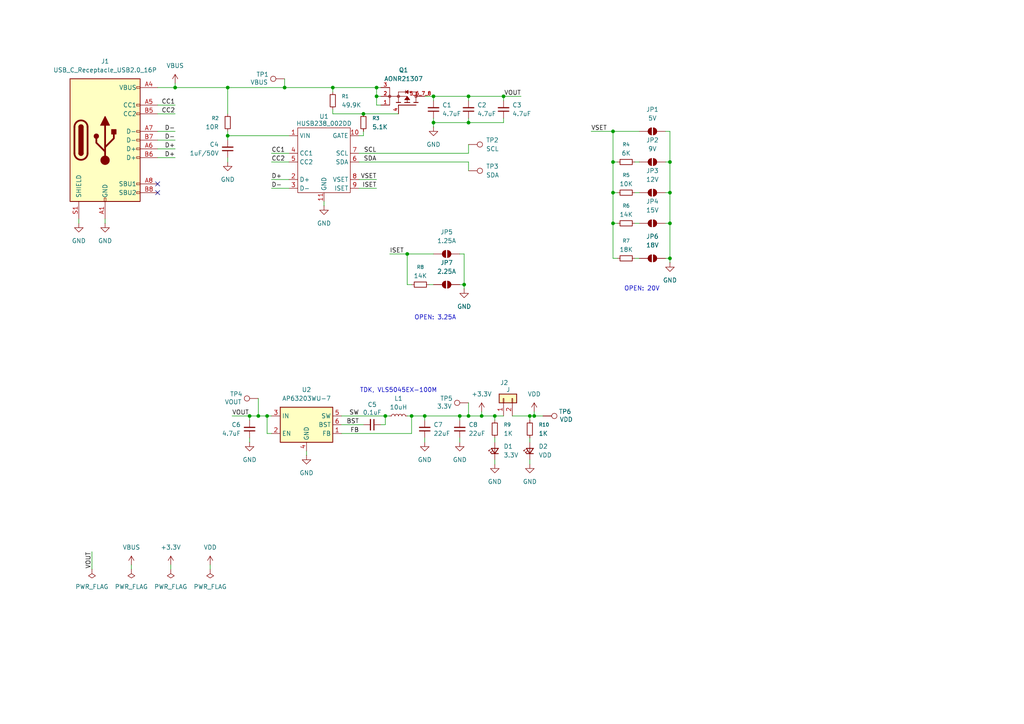
<source format=kicad_sch>
(kicad_sch (version 20250114) (generator "eeschema") (generator_version "9.0")
  (paper "A4")
  (lib_symbols
    (symbol "AONR21307:AONR21307" (pin_names (offset 1.016))
      (property "Reference" "Q" (at 5.08 0.381 0))
      (property "Value" "AONR21307" (at 5.08 -2.159 0))
      (symbol "AONR21307_0_0"
        (polyline (pts (xy 0 5.08) (xy 5.08 5.08)) (stroke (width 0.1524)))
        (polyline (pts (xy 0 -2.54) (xy 0 2.54)) (stroke (width 0.254)))
        (polyline (pts (xy 0.762 2.54) (xy 0.762 3.175)) (stroke (width 0.254)))
        (polyline (pts (xy 0.762 1.905) (xy 0.762 2.54)) (stroke (width 0.254)))
        (polyline (pts (xy 0.762 0) (xy 0.762 0.762)) (stroke (width 0.254)))
        (polyline (pts (xy 0.762 0) (xy 2.54 0)) (stroke (width 0.1524)))
        (polyline (pts (xy 0.762 -0.762) (xy 0.762 0)) (stroke (width 0.254)))
        (polyline (pts (xy 0.762 -2.54) (xy 0.762 -1.905)) (stroke (width 0.254)))
        (polyline (pts (xy 0.762 -2.54) (xy 3.81 -2.54)) (stroke (width 0.1524)))
        (polyline (pts (xy 0.762 -3.175) (xy 0.762 -2.54)) (stroke (width 0.254)))
        (polyline (pts (xy 2.54 5.08) (xy 2.54 2.54)) (stroke (width 0.1524)))
        (circle (center 2.54 5.08) (radius 0.3592))
        (polyline (pts (xy 2.54 2.54) (xy 0.762 2.54)) (stroke (width 0.1524)))
        (polyline (pts (xy 2.54 2.54) (xy 3.81 2.54)) (stroke (width 0.1524)))
        (circle (center 2.54 2.54) (radius 0.3592))
        (polyline (pts (xy 2.54 0) (xy 2.54 2.54)) (stroke (width 0.1524)))
        (polyline (pts (xy 2.54 0) (xy 1.524 0.762) (xy 1.524 -0.762) (xy 2.54 0)) (stroke (width 0.1524)) (fill (type outline)))
        (circle (center 2.54 -2.54) (radius 0.3592))
        (polyline (pts (xy 3.302 0.508) (xy 4.318 0.508)) (stroke (width 0.1524)))
        (polyline (pts (xy 3.81 0.508) (xy 4.318 -0.254) (xy 3.302 -0.254) (xy 3.81 0.508)) (stroke (width 0.1524)) (fill (type outline)))
        (polyline (pts (xy 3.81 -2.54) (xy 3.81 2.54)) (stroke (width 0.1524)))
        (pin passive line (at -2.54 2.54 0) (length 2.54) (name "~") (number "4"))
        (pin passive line (at 0 7.62 270) (length 2.54) (name "~") (number "1"))
        (pin passive line (at 2.54 7.62 270) (length 2.54) (name "~") (number "2"))
        (pin passive line (at 2.54 -5.08 90) (length 2.54) (name "~") (number "5_6_7_8"))
        (pin passive line (at 5.08 7.62 270) (length 2.54) (name "~") (number "3"))
      )
    )
    (symbol "Connector:TestPoint" (pin_numbers (hide yes)) (pin_names (offset 0.762) (hide yes))
      (property "Reference" "TP" (at 0 6.858 0))
      (property "Value" "TestPoint" (at 0 5.08 0))
      (symbol "TestPoint_0_1"
        (circle (center 0 3.302) (radius 0.762))
      )
      (symbol "TestPoint_1_1"
        (pin passive line (at 0 0 90) (length 2.54) (name "1") (number "1"))
      )
    )
    (symbol "Connector:USB_C_Receptacle_USB2.0_16P" (pin_names (offset 1.016))
      (property "Reference" "J" (at 0 22.225 0))
      (property "Value" "USB_C_Receptacle_USB2.0_16P" (at 0 19.685 0))
      (symbol "USB_C_Receptacle_USB2.0_16P_0_0"
        (rectangle (start -0.254 -17.78) (end 0.254 -16.764))
        (rectangle (start 10.16 15.494) (end 9.144 14.986))
        (rectangle (start 10.16 10.414) (end 9.144 9.906))
        (rectangle (start 10.16 7.874) (end 9.144 7.366))
        (rectangle (start 10.16 2.794) (end 9.144 2.286))
        (rectangle (start 10.16 0.254) (end 9.144 -0.254))
        (rectangle (start 10.16 -2.286) (end 9.144 -2.794))
        (rectangle (start 10.16 -4.826) (end 9.144 -5.334))
        (rectangle (start 10.16 -12.446) (end 9.144 -12.954))
        (rectangle (start 10.16 -14.986) (end 9.144 -15.494))
      )
      (symbol "USB_C_Receptacle_USB2.0_16P_0_1"
        (rectangle (start -10.16 17.78) (end 10.16 -17.78) (stroke (width 0.254)) (fill (type background)))
        (polyline (pts (xy -8.89 -3.81) (xy -8.89 3.81)) (stroke (width 0.508)))
        (rectangle (start -7.62 -3.81) (end -6.35 3.81) (stroke (width 0.254)) (fill (type outline)))
        (arc (start -7.62 3.81) (mid -6.985 4.4423) (end -6.35 3.81) (stroke (width 0.254)))
        (arc (start -7.62 3.81) (mid -6.985 4.4423) (end -6.35 3.81) (stroke (width 0.254)) (fill (type outline)))
        (arc (start -8.89 3.81) (mid -6.985 5.7067) (end -5.08 3.81) (stroke (width 0.508)))
        (arc (start -5.08 -3.81) (mid -6.985 -5.7067) (end -8.89 -3.81) (stroke (width 0.508)))
        (arc (start -6.35 -3.81) (mid -6.985 -4.4423) (end -7.62 -3.81) (stroke (width 0.254)))
        (arc (start -6.35 -3.81) (mid -6.985 -4.4423) (end -7.62 -3.81) (stroke (width 0.254)) (fill (type outline)))
        (polyline (pts (xy -5.08 3.81) (xy -5.08 -3.81)) (stroke (width 0.508)))
        (circle (center -2.54 1.143) (radius 0.635) (stroke (width 0.254)) (fill (type outline)))
        (polyline (pts (xy -1.27 4.318) (xy 0 6.858) (xy 1.27 4.318) (xy -1.27 4.318)) (stroke (width 0.254)) (fill (type outline)))
        (polyline (pts (xy 0 -2.032) (xy 2.54 0.508) (xy 2.54 1.778)) (stroke (width 0.508)))
        (polyline (pts (xy 0 -3.302) (xy -2.54 -0.762) (xy -2.54 0.508)) (stroke (width 0.508)))
        (polyline (pts (xy 0 -5.842) (xy 0 4.318)) (stroke (width 0.508)))
        (circle (center 0 -5.842) (radius 1.27) (fill (type outline)))
        (rectangle (start 1.905 1.778) (end 3.175 3.048) (stroke (width 0.254)) (fill (type outline)))
      )
      (symbol "USB_C_Receptacle_USB2.0_16P_1_1"
        (pin passive line (at -7.62 -22.86 90) (length 5.08) (name "SHIELD") (number "S1"))
        (pin passive line (at 0 -22.86 90) (length 5.08) (name "GND") (number "A1"))
        (pin passive line (at 0 -22.86 90) (length 5.08) (hide yes) (name "GND") (number "A12"))
        (pin passive line (at 0 -22.86 90) (length 5.08) (hide yes) (name "GND") (number "B1"))
        (pin passive line (at 0 -22.86 90) (length 5.08) (hide yes) (name "GND") (number "B12"))
        (pin passive line (at 15.24 15.24 180) (length 5.08) (name "VBUS") (number "A4"))
        (pin passive line (at 15.24 15.24 180) (length 5.08) (hide yes) (name "VBUS") (number "A9"))
        (pin passive line (at 15.24 15.24 180) (length 5.08) (hide yes) (name "VBUS") (number "B4"))
        (pin passive line (at 15.24 15.24 180) (length 5.08) (hide yes) (name "VBUS") (number "B9"))
        (pin bidirectional line (at 15.24 10.16 180) (length 5.08) (name "CC1") (number "A5"))
        (pin bidirectional line (at 15.24 7.62 180) (length 5.08) (name "CC2") (number "B5"))
        (pin bidirectional line (at 15.24 2.54 180) (length 5.08) (name "D-") (number "A7"))
        (pin bidirectional line (at 15.24 0 180) (length 5.08) (name "D-") (number "B7"))
        (pin bidirectional line (at 15.24 -2.54 180) (length 5.08) (name "D+") (number "A6"))
        (pin bidirectional line (at 15.24 -5.08 180) (length 5.08) (name "D+") (number "B6"))
        (pin bidirectional line (at 15.24 -12.7 180) (length 5.08) (name "SBU1") (number "A8"))
        (pin bidirectional line (at 15.24 -15.24 180) (length 5.08) (name "SBU2") (number "B8"))
      )
    )
    (symbol "Connector_Generic:Conn_01x02" (pin_names (offset 1.016) (hide yes))
      (property "Reference" "J" (at 0 2.54 0))
      (property "Value" "Conn_01x02" (at 0 -5.08 0))
      (symbol "Conn_01x02_1_1"
        (rectangle (start -1.27 1.27) (end 1.27 -3.81) (stroke (width 0.254)) (fill (type background)))
        (rectangle (start -1.27 0.127) (end 0 -0.127) (stroke (width 0.1524)))
        (rectangle (start -1.27 -2.413) (end 0 -2.667) (stroke (width 0.1524)))
        (pin passive line (at -5.08 0 0) (length 3.81) (name "Pin_1") (number "1"))
        (pin passive line (at -5.08 -2.54 0) (length 3.81) (name "Pin_2") (number "2"))
      )
    )
    (symbol "Device:C_Small" (pin_numbers (hide yes)) (pin_names (offset 0.254) (hide yes))
      (property "Reference" "C" (at 0.254 1.778 0))
      (property "Value" "C_Small" (at 0.254 -2.032 0))
      (symbol "C_Small_0_1"
        (polyline (pts (xy -1.524 0.508) (xy 1.524 0.508)) (stroke (width 0.3048)))
        (polyline (pts (xy -1.524 -0.508) (xy 1.524 -0.508)) (stroke (width 0.3302)))
      )
      (symbol "C_Small_1_1"
        (pin passive line (at 0 2.54 270) (length 2.032) (name "~") (number "1"))
        (pin passive line (at 0 -2.54 90) (length 2.032) (name "~") (number "2"))
      )
    )
    (symbol "Device:LED_Small" (pin_numbers (hide yes)) (pin_names (offset 0.254) (hide yes))
      (property "Reference" "D" (at -1.27 3.175 0))
      (property "Value" "LED_Small" (at -4.445 -2.54 0))
      (symbol "LED_Small_0_1"
        (polyline (pts (xy -0.762 -1.016) (xy -0.762 1.016)) (stroke (width 0.254)))
        (polyline (pts (xy 0 0.762) (xy -0.508 1.27) (xy -0.254 1.27) (xy -0.508 1.27) (xy -0.508 1.016)))
        (polyline (pts (xy 0.508 1.27) (xy 0 1.778) (xy 0.254 1.778) (xy 0 1.778) (xy 0 1.524)))
        (polyline (pts (xy 0.762 -1.016) (xy -0.762 0) (xy 0.762 1.016) (xy 0.762 -1.016)) (stroke (width 0.254)))
        (polyline (pts (xy 1.016 0) (xy -0.762 0)))
      )
      (symbol "LED_Small_1_1"
        (pin passive line (at -2.54 0 0) (length 1.778) (name "K") (number "1"))
        (pin passive line (at 2.54 0 180) (length 1.778) (name "A") (number "2"))
      )
    )
    (symbol "Device:L_Small" (pin_numbers (hide yes)) (pin_names (offset 0.254) (hide yes))
      (property "Reference" "L" (at 0.762 1.016 0))
      (property "Value" "L_Small" (at 0.762 -1.016 0))
      (symbol "L_Small_0_1"
        (arc (start 0 2.032) (mid 0.5058 1.524) (end 0 1.016))
        (arc (start 0 1.016) (mid 0.5058 0.508) (end 0 0))
        (arc (start 0 0) (mid 0.5058 -0.508) (end 0 -1.016))
        (arc (start 0 -1.016) (mid 0.5058 -1.524) (end 0 -2.032))
      )
      (symbol "L_Small_1_1"
        (pin passive line (at 0 2.54 270) (length 0.508) (name "~") (number "1"))
        (pin passive line (at 0 -2.54 90) (length 0.508) (name "~") (number "2"))
      )
    )
    (symbol "Device:R_Small" (pin_numbers (hide yes)) (pin_names (offset 0.254) (hide yes))
      (property "Reference" "R" (at 0 0 90))
      (property "Value" "R_Small" (at 1.778 0 90))
      (symbol "R_Small_0_1"
        (rectangle (start -0.762 1.778) (end 0.762 -1.778) (stroke (width 0.2032)))
      )
      (symbol "R_Small_1_1"
        (pin passive line (at 0 2.54 270) (length 0.762) (name "~") (number "1"))
        (pin passive line (at 0 -2.54 90) (length 0.762) (name "~") (number "2"))
      )
    )
    (symbol "HUSB238_002DD:HUSB238_002DD"
      (property "Reference" "U" (at 0 12.446 0))
      (property "Value" "HUSB238_002DD" (at 0 10.16 0))
      (symbol "HUSB238_002DD_0_1"
        (rectangle (start -7.62 8.636) (end 7.62 -10.16))
      )
      (symbol "HUSB238_002DD_1_1"
        (pin input line (at -10.16 6.35 0) (length 2.54) (name "VIN") (number "1"))
        (pin input line (at -10.16 1.27 0) (length 2.54) (name "CC1") (number "4"))
        (pin input line (at -10.16 -1.27 0) (length 2.54) (name "CC2") (number "5"))
        (pin input line (at -10.16 -6.35 0) (length 2.54) (name "D+") (number "2"))
        (pin input line (at -10.16 -8.89 0) (length 2.54) (name "D-") (number "3"))
        (pin input line (at 0 -12.7 90) (length 2.54) (name "GND") (number "11"))
        (pin input line (at 10.16 6.35 180) (length 2.54) (name "GATE") (number "10"))
        (pin input line (at 10.16 1.27 180) (length 2.54) (name "SCL") (number "7"))
        (pin input line (at 10.16 -1.27 180) (length 2.54) (name "SDA") (number "6"))
        (pin input line (at 10.16 -6.35 180) (length 2.54) (name "VSET") (number "8"))
        (pin input line (at 10.16 -8.89 180) (length 2.54) (name "ISET") (number "9"))
      )
    )
    (symbol "Jumper:SolderJumper_2_Open" (pin_numbers (hide yes)) (pin_names (offset 0) (hide yes)) (in_bom no)
      (property "Reference" "JP" (at 0 2.032 0))
      (property "Value" "SolderJumper_2_Open" (at 0 -2.54 0))
      (symbol "SolderJumper_2_Open_0_1"
        (polyline (pts (xy -0.254 1.016) (xy -0.254 -1.016)))
        (arc (start -0.254 -1.016) (mid -1.2656 0) (end -0.254 1.016))
        (arc (start -0.254 -1.016) (mid -1.2656 0) (end -0.254 1.016) (fill (type outline)))
        (arc (start 0.254 1.016) (mid 1.2656 0) (end 0.254 -1.016))
        (arc (start 0.254 1.016) (mid 1.2656 0) (end 0.254 -1.016) (fill (type outline)))
        (polyline (pts (xy 0.254 1.016) (xy 0.254 -1.016)))
      )
      (symbol "SolderJumper_2_Open_1_1"
        (pin passive line (at -3.81 0 0) (length 2.54) (name "A") (number "1"))
        (pin passive line (at 3.81 0 180) (length 2.54) (name "B") (number "2"))
      )
    )
    (symbol "Regulator_Switching:AP63203WU"
      (property "Reference" "U" (at -7.62 6.35 0))
      (property "Value" "AP63203WU" (at 2.54 6.35 0))
      (symbol "AP63203WU_0_1"
        (rectangle (start -7.62 5.08) (end 7.62 -5.08) (stroke (width 0.254)) (fill (type background)))
      )
      (symbol "AP63203WU_1_1"
        (pin power_in line (at -10.16 2.54 0) (length 2.54) (name "IN") (number "3"))
        (pin input line (at -10.16 -2.54 0) (length 2.54) (name "EN") (number "2"))
        (pin power_in line (at 0 -7.62 90) (length 2.54) (name "GND") (number "4"))
        (pin output line (at 10.16 2.54 180) (length 2.54) (name "SW") (number "5"))
        (pin passive line (at 10.16 0 180) (length 2.54) (name "BST") (number "6"))
        (pin input line (at 10.16 -2.54 180) (length 2.54) (name "FB") (number "1"))
      )
    )
    (symbol "power:+3.3V" (power) (pin_numbers (hide yes)) (pin_names (offset 0) (hide yes))
      (property "Value" "+3.3V" (at 0 3.556 0))
      (symbol "+3.3V_0_1"
        (polyline (pts (xy -0.762 1.27) (xy 0 2.54)))
        (polyline (pts (xy 0 2.54) (xy 0.762 1.27)))
        (polyline (pts (xy 0 0) (xy 0 2.54)))
      )
      (symbol "+3.3V_1_1"
        (pin power_in line (at 0 0 90) (length 0) (name "~") (number "1"))
      )
    )
    (symbol "power:GND" (power) (pin_numbers (hide yes)) (pin_names (offset 0) (hide yes))
      (property "Value" "GND" (at 0 -3.81 0))
      (symbol "GND_0_1"
        (polyline (pts (xy 0 0) (xy 0 -1.27) (xy 1.27 -1.27) (xy 0 -2.54) (xy -1.27 -1.27) (xy 0 -1.27)))
      )
      (symbol "GND_1_1"
        (pin power_in line (at 0 0 270) (length 0) (name "~") (number "1"))
      )
    )
    (symbol "power:PWR_FLAG" (power) (pin_numbers (hide yes)) (pin_names (offset 0) (hide yes))
      (property "Value" "PWR_FLAG" (at 0 3.81 0))
      (symbol "PWR_FLAG_0_0"
        (pin power_out line (at 0 0 90) (length 0) (name "~") (number "1"))
      )
      (symbol "PWR_FLAG_0_1"
        (polyline (pts (xy 0 0) (xy 0 1.27) (xy -1.016 1.905) (xy 0 2.54) (xy 1.016 1.905) (xy 0 1.27)))
      )
    )
    (symbol "power:VBUS" (power) (pin_numbers (hide yes)) (pin_names (offset 0) (hide yes))
      (property "Value" "VBUS" (at 0 3.556 0))
      (symbol "VBUS_0_1"
        (polyline (pts (xy -0.762 1.27) (xy 0 2.54)))
        (polyline (pts (xy 0 2.54) (xy 0.762 1.27)))
        (polyline (pts (xy 0 0) (xy 0 2.54)))
      )
      (symbol "VBUS_1_1"
        (pin power_in line (at 0 0 90) (length 0) (name "~") (number "1"))
      )
    )
    (symbol "power:VDD" (power) (pin_numbers (hide yes)) (pin_names (offset 0) (hide yes))
      (property "Value" "VDD" (at 0 3.556 0))
      (symbol "VDD_0_1"
        (polyline (pts (xy -0.762 1.27) (xy 0 2.54)))
        (polyline (pts (xy 0 2.54) (xy 0.762 1.27)))
        (polyline (pts (xy 0 0) (xy 0 2.54)))
      )
      (symbol "VDD_1_1"
        (pin power_in line (at 0 0 90) (length 0) (name "~") (number "1"))
      )
    )
  )
  (text "OPEN: 20V" (at 186.182 83.82 0) (effects (font (size 1.27 1.27))))
  (text "TDK, VLS5045EX-100M" (at 115.57 113.284 0) (effects (font (size 1.27 1.27))))
  (text "OPEN: 3.25A" (at 126.238 92.202 0) (effects (font (size 1.27 1.27))))
  (junction (at 123.19 120.65))
  (junction (at 118.11 73.66))
  (junction (at 154.94 120.65))
  (junction (at 66.04 39.37))
  (junction (at 50.8 25.4))
  (junction (at 82.55 25.4))
  (junction (at 105.41 33.02))
  (junction (at 77.47 120.65))
  (junction (at 153.67 120.65))
  (junction (at 135.89 120.65))
  (junction (at 194.31 55.88))
  (junction (at 133.35 120.65))
  (junction (at 66.04 25.4))
  (junction (at 177.8 55.88))
  (junction (at 74.93 120.65))
  (junction (at 135.89 35.56))
  (junction (at 143.51 120.65))
  (junction (at 125.73 35.56))
  (junction (at 134.62 82.55))
  (junction (at 111.76 120.65))
  (junction (at 119.38 120.65))
  (junction (at 194.31 46.99))
  (junction (at 125.73 27.94))
  (junction (at 194.31 64.77))
  (junction (at 194.31 74.93))
  (junction (at 72.39 120.65))
  (junction (at 177.8 46.99))
  (junction (at 139.7 120.65))
  (junction (at 109.22 27.94))
  (junction (at 135.89 27.94))
  (junction (at 109.22 25.4))
  (junction (at 177.8 64.77))
  (junction (at 177.8 38.1))
  (junction (at 96.52 25.4))
  (junction (at 146.05 27.94))
  (no_connect (at 45.72 55.88))
  (no_connect (at 45.72 53.34))
  (wire (pts (xy 125.73 34.29) (xy 125.73 35.56)))
  (wire (pts (xy 45.72 43.18) (xy 50.8 43.18)))
  (wire (pts (xy 194.31 74.93) (xy 194.31 76.2)))
  (wire (pts (xy 60.96 163.83) (xy 60.96 165.1)))
  (wire (pts (xy 105.41 38.1) (xy 105.41 39.37)))
  (wire (pts (xy 50.8 25.4) (xy 66.04 25.4)))
  (wire (pts (xy 111.76 123.19) (xy 111.76 120.65)))
  (wire (pts (xy 193.04 74.93) (xy 194.31 74.93)))
  (wire (pts (xy 118.11 73.66) (xy 113.03 73.66)))
  (wire (pts (xy 110.49 123.19) (xy 111.76 123.19)))
  (wire (pts (xy 110.49 30.48) (xy 109.22 30.48)))
  (wire (pts (xy 194.31 55.88) (xy 194.31 64.77)))
  (wire (pts (xy 134.62 73.66) (xy 134.62 82.55)))
  (wire (pts (xy 111.76 120.65) (xy 113.03 120.65)))
  (wire (pts (xy 146.05 35.56) (xy 146.05 34.29)))
  (wire (pts (xy 45.72 38.1) (xy 50.8 38.1)))
  (wire (pts (xy 38.1 163.83) (xy 38.1 165.1)))
  (wire (pts (xy 194.31 46.99) (xy 194.31 55.88)))
  (wire (pts (xy 110.49 27.94) (xy 109.22 27.94)))
  (wire (pts (xy 77.47 125.73) (xy 77.47 120.65)))
  (wire (pts (xy 146.05 27.94) (xy 151.13 27.94)))
  (wire (pts (xy 83.82 46.99) (xy 78.74 46.99)))
  (wire (pts (xy 96.52 33.02) (xy 96.52 31.75)))
  (wire (pts (xy 125.73 35.56) (xy 135.89 35.56)))
  (wire (pts (xy 66.04 39.37) (xy 66.04 40.64)))
  (wire (pts (xy 153.67 127) (xy 153.67 128.27)))
  (wire (pts (xy 179.07 64.77) (xy 177.8 64.77)))
  (wire (pts (xy 45.72 45.72) (xy 50.8 45.72)))
  (wire (pts (xy 143.51 133.35) (xy 143.51 134.62)))
  (wire (pts (xy 45.72 30.48) (xy 50.8 30.48)))
  (wire (pts (xy 177.8 38.1) (xy 185.42 38.1)))
  (wire (pts (xy 135.89 35.56) (xy 146.05 35.56)))
  (wire (pts (xy 99.06 120.65) (xy 111.76 120.65)))
  (wire (pts (xy 26.67 165.1) (xy 26.67 160.02)))
  (wire (pts (xy 118.11 120.65) (xy 119.38 120.65)))
  (wire (pts (xy 125.73 27.94) (xy 125.73 29.21)))
  (wire (pts (xy 99.06 125.73) (xy 119.38 125.73)))
  (wire (pts (xy 125.73 27.94) (xy 135.89 27.94)))
  (wire (pts (xy 153.67 133.35) (xy 153.67 134.62)))
  (wire (pts (xy 119.38 120.65) (xy 119.38 125.73)))
  (wire (pts (xy 134.62 82.55) (xy 134.62 83.82)))
  (wire (pts (xy 133.35 82.55) (xy 134.62 82.55)))
  (wire (pts (xy 72.39 120.65) (xy 72.39 121.92)))
  (wire (pts (xy 153.67 120.65) (xy 153.67 121.92)))
  (wire (pts (xy 154.94 119.38) (xy 154.94 120.65)))
  (wire (pts (xy 177.8 38.1) (xy 177.8 46.99)))
  (wire (pts (xy 179.07 74.93) (xy 177.8 74.93)))
  (wire (pts (xy 193.04 64.77) (xy 194.31 64.77)))
  (wire (pts (xy 96.52 26.67) (xy 96.52 25.4)))
  (wire (pts (xy 50.8 24.13) (xy 50.8 25.4)))
  (wire (pts (xy 104.14 46.99) (xy 135.89 46.99)))
  (wire (pts (xy 49.53 163.83) (xy 49.53 165.1)))
  (wire (pts (xy 105.41 39.37) (xy 104.14 39.37)))
  (wire (pts (xy 177.8 46.99) (xy 177.8 55.88)))
  (wire (pts (xy 83.82 44.45) (xy 78.74 44.45)))
  (wire (pts (xy 154.94 120.65) (xy 157.48 120.65)))
  (wire (pts (xy 77.47 120.65) (xy 78.74 120.65)))
  (wire (pts (xy 193.04 46.99) (xy 194.31 46.99)))
  (wire (pts (xy 194.31 64.77) (xy 194.31 74.93)))
  (wire (pts (xy 184.15 74.93) (xy 185.42 74.93)))
  (wire (pts (xy 171.45 38.1) (xy 177.8 38.1)))
  (wire (pts (xy 133.35 121.92) (xy 133.35 120.65)))
  (wire (pts (xy 83.82 52.07) (xy 78.74 52.07)))
  (wire (pts (xy 133.35 120.65) (xy 123.19 120.65)))
  (wire (pts (xy 154.94 120.65) (xy 153.67 120.65)))
  (wire (pts (xy 135.89 27.94) (xy 135.89 29.21)))
  (wire (pts (xy 143.51 120.65) (xy 139.7 120.65)))
  (wire (pts (xy 83.82 54.61) (xy 78.74 54.61)))
  (wire (pts (xy 72.39 127) (xy 72.39 128.27)))
  (wire (pts (xy 125.73 35.56) (xy 125.73 36.83)))
  (wire (pts (xy 109.22 25.4) (xy 110.49 25.4)))
  (wire (pts (xy 153.67 120.65) (xy 148.59 120.65)))
  (wire (pts (xy 135.89 120.65) (xy 133.35 120.65)))
  (wire (pts (xy 82.55 22.86) (xy 82.55 25.4)))
  (wire (pts (xy 118.11 73.66) (xy 118.11 82.55)))
  (wire (pts (xy 104.14 52.07) (xy 109.22 52.07)))
  (wire (pts (xy 123.19 127) (xy 123.19 128.27)))
  (wire (pts (xy 146.05 120.65) (xy 143.51 120.65)))
  (wire (pts (xy 139.7 119.38) (xy 139.7 120.65)))
  (wire (pts (xy 146.05 27.94) (xy 146.05 29.21)))
  (wire (pts (xy 78.74 125.73) (xy 77.47 125.73)))
  (wire (pts (xy 133.35 73.66) (xy 134.62 73.66)))
  (wire (pts (xy 74.93 120.65) (xy 72.39 120.65)))
  (wire (pts (xy 77.47 120.65) (xy 74.93 120.65)))
  (wire (pts (xy 66.04 25.4) (xy 66.04 33.02)))
  (wire (pts (xy 66.04 45.72) (xy 66.04 46.99)))
  (wire (pts (xy 99.06 123.19) (xy 105.41 123.19)))
  (wire (pts (xy 109.22 30.48) (xy 109.22 27.94)))
  (wire (pts (xy 45.72 25.4) (xy 50.8 25.4)))
  (wire (pts (xy 133.35 127) (xy 133.35 128.27)))
  (wire (pts (xy 82.55 25.4) (xy 96.52 25.4)))
  (wire (pts (xy 88.9 130.81) (xy 88.9 132.08)))
  (wire (pts (xy 45.72 40.64) (xy 50.8 40.64)))
  (wire (pts (xy 93.98 58.42) (xy 93.98 59.69)))
  (wire (pts (xy 143.51 120.65) (xy 143.51 121.92)))
  (wire (pts (xy 105.41 33.02) (xy 115.57 33.02)))
  (wire (pts (xy 96.52 33.02) (xy 105.41 33.02)))
  (wire (pts (xy 104.14 44.45) (xy 135.89 44.45)))
  (wire (pts (xy 194.31 38.1) (xy 194.31 46.99)))
  (wire (pts (xy 135.89 27.94) (xy 146.05 27.94)))
  (wire (pts (xy 184.15 55.88) (xy 185.42 55.88)))
  (wire (pts (xy 74.93 115.57) (xy 74.93 120.65)))
  (wire (pts (xy 66.04 25.4) (xy 82.55 25.4)))
  (wire (pts (xy 22.86 63.5) (xy 22.86 64.77)))
  (wire (pts (xy 135.89 44.45) (xy 135.89 41.91)))
  (wire (pts (xy 184.15 46.99) (xy 185.42 46.99)))
  (wire (pts (xy 179.07 55.88) (xy 177.8 55.88)))
  (wire (pts (xy 66.04 39.37) (xy 83.82 39.37)))
  (wire (pts (xy 139.7 120.65) (xy 135.89 120.65)))
  (wire (pts (xy 66.04 38.1) (xy 66.04 39.37)))
  (wire (pts (xy 193.04 38.1) (xy 194.31 38.1)))
  (wire (pts (xy 119.38 82.55) (xy 118.11 82.55)))
  (wire (pts (xy 179.07 46.99) (xy 177.8 46.99)))
  (wire (pts (xy 96.52 25.4) (xy 109.22 25.4)))
  (wire (pts (xy 109.22 25.4) (xy 109.22 27.94)))
  (wire (pts (xy 124.46 82.55) (xy 125.73 82.55)))
  (wire (pts (xy 193.04 55.88) (xy 194.31 55.88)))
  (wire (pts (xy 72.39 120.65) (xy 67.31 120.65)))
  (wire (pts (xy 184.15 64.77) (xy 185.42 64.77)))
  (wire (pts (xy 135.89 116.84) (xy 135.89 120.65)))
  (wire (pts (xy 143.51 127) (xy 143.51 128.27)))
  (wire (pts (xy 30.48 63.5) (xy 30.48 64.77)))
  (wire (pts (xy 45.72 33.02) (xy 50.8 33.02)))
  (wire (pts (xy 177.8 74.93) (xy 177.8 64.77)))
  (wire (pts (xy 135.89 46.99) (xy 135.89 49.53)))
  (wire (pts (xy 104.14 54.61) (xy 109.22 54.61)))
  (wire (pts (xy 118.11 73.66) (xy 125.73 73.66)))
  (wire (pts (xy 135.89 34.29) (xy 135.89 35.56)))
  (wire (pts (xy 123.19 27.94) (xy 125.73 27.94)))
  (wire (pts (xy 123.19 121.92) (xy 123.19 120.65)))
  (wire (pts (xy 123.19 120.65) (xy 119.38 120.65)))
  (wire (pts (xy 177.8 55.88) (xy 177.8 64.77)))
  (label "CC2" (at 50.8 33.02 180))
  (label "VSET" (at 171.45 38.1 0))
  (label "D+" (at 50.8 45.72 180))
  (label "SDA" (at 109.22 46.99 180))
  (label "D+" (at 78.74 52.07 0))
  (label "ISET" (at 113.03 73.66 0))
  (label "D-" (at 50.8 38.1 180))
  (label "SCL" (at 109.22 44.45 180))
  (label "VOUT" (at 67.31 120.65 0))
  (label "CC2" (at 78.74 46.99 0))
  (label "SW" (at 104.14 120.65 180))
  (label "CC1" (at 50.8 30.48 180))
  (label "VOUT" (at 151.13 27.94 180))
  (label "ISET" (at 109.22 54.61 180))
  (label "D-" (at 78.74 54.61 0))
  (label "BST" (at 104.14 123.19 180))
  (label "D-" (at 50.8 40.64 180))
  (label "CC1" (at 78.74 44.45 0))
  (label "FB" (at 104.14 125.73 180))
  (label "VSET" (at 109.22 52.07 180))
  (label "VOUT" (at 26.67 160.02 270))
  (label "D+" (at 50.8 43.18 180))
  (symbol (lib_id "Jumper:SolderJumper_2_Open") (at 189.23 64.77 0) (unit 1) (in_bom no)
    (property "Reference" "JP4" (at 189.23 58.42 0))
    (property "Value" "15V" (at 189.23 60.96 0))
    (property "Footprint" "Jumper:SolderJumper-2_P1.3mm_Open_RoundedPad1.0x1.5mm" (effects (hide yes)))
    (property "Description" "Solder Jumper, 2-pole, open" (effects (hide yes)))
  )
  (symbol (lib_id "power:GND") (at 134.62 83.82 0) (unit 1)
    (property "Reference" "#PWR08" (effects (hide yes)))
    (property "Value" "GND" (at 134.62 88.9 0))
    (property "Description" "Power symbol creates a global label with name \"GND\" , ground" (effects (hide yes)))
  )
  (symbol (lib_id "Device:R_Small") (at 153.67 124.46 180) (unit 1)
    (property "Reference" "R10" (at 156.21 123.1899 0) (effects (font (size 1.016 1.016)) (justify right)))
    (property "Value" "1K" (at 156.21 125.7299 0) (effects (justify right)))
    (property "Footprint" "Resistor_SMD:R_0603_1608Metric_Pad0.98x0.95mm_HandSolder" (effects (hide yes)))
    (property "Description" "Resistor, small symbol" (effects (hide yes)))
  )
  (symbol (lib_id "Device:R_Small") (at 96.52 29.21 180) (unit 1)
    (property "Reference" "R1" (at 99.06 27.9399 0) (effects (font (size 1.016 1.016)) (justify right)))
    (property "Value" "49.9K" (at 99.06 30.4799 0) (effects (justify right)))
    (property "Footprint" "Resistor_SMD:R_0603_1608Metric_Pad0.98x0.95mm_HandSolder" (effects (hide yes)))
    (property "Description" "Resistor, small symbol" (effects (hide yes)))
  )
  (symbol (lib_id "power:PWR_FLAG") (at 60.96 165.1 180) (unit 1)
    (property "Reference" "#FLG04" (effects (hide yes)))
    (property "Value" "PWR_FLAG" (at 60.96 170.18 0))
    (property "Description" "Special symbol for telling ERC where power comes from" (effects (hide yes)))
  )
  (symbol (lib_id "Device:LED_Small") (at 143.51 130.81 90) (unit 1)
    (property "Reference" "D1" (at 146.05 129.4764 90) (effects (justify right)))
    (property "Value" "3.3V" (at 146.05 132.0164 90) (effects (justify right)))
    (property "Footprint" "LED_SMD:LED_0603_1608Metric_Pad1.05x0.95mm_HandSolder" (effects (hide yes)))
    (property "Description" "Light emitting diode, small symbol" (effects (hide yes)))
    (property "Sim.Pin" "1=K 2=A" (effects (hide yes)))
  )
  (symbol (lib_id "power:PWR_FLAG") (at 26.67 165.1 180) (unit 1)
    (property "Reference" "#FLG01" (effects (hide yes)))
    (property "Value" "PWR_FLAG" (at 26.67 170.18 0))
    (property "Description" "Special symbol for telling ERC where power comes from" (effects (hide yes)))
  )
  (symbol (lib_id "Jumper:SolderJumper_2_Open") (at 129.54 73.66 0) (unit 1) (in_bom no)
    (property "Reference" "JP5" (at 129.54 67.31 0))
    (property "Value" "1.25A" (at 129.54 69.85 0))
    (property "Footprint" "Jumper:SolderJumper-2_P1.3mm_Open_RoundedPad1.0x1.5mm" (effects (hide yes)))
    (property "Description" "Solder Jumper, 2-pole, open" (effects (hide yes)))
  )
  (symbol (lib_id "power:GND") (at 30.48 64.77 0) (unit 1)
    (property "Reference" "#PWR06" (effects (hide yes)))
    (property "Value" "GND" (at 30.48 69.85 0))
    (property "Description" "Power symbol creates a global label with name \"GND\" , ground" (effects (hide yes)))
  )
  (symbol (lib_id "Jumper:SolderJumper_2_Open") (at 129.54 82.55 0) (unit 1) (in_bom no)
    (property "Reference" "JP7" (at 129.54 76.2 0))
    (property "Value" "2.25A" (at 129.54 78.74 0))
    (property "Footprint" "Jumper:SolderJumper-2_P1.3mm_Open_RoundedPad1.0x1.5mm" (effects (hide yes)))
    (property "Description" "Solder Jumper, 2-pole, open" (effects (hide yes)))
  )
  (symbol (lib_id "power:GND") (at 133.35 128.27 0) (unit 1)
    (property "Reference" "#PWR013" (effects (hide yes)))
    (property "Value" "GND" (at 133.35 133.35 0))
    (property "Description" "Power symbol creates a global label with name \"GND\" , ground" (effects (hide yes)))
  )
  (symbol (lib_id "power:VDD") (at 154.94 119.38 0) (unit 1)
    (property "Reference" "#PWR010" (effects (hide yes)))
    (property "Value" "VDD" (at 154.94 114.3 0))
    (property "Description" "Power symbol creates a global label with name \"VDD\"" (effects (hide yes)))
  )
  (symbol (lib_id "Jumper:SolderJumper_2_Open") (at 189.23 55.88 0) (unit 1) (in_bom no)
    (property "Reference" "JP3" (at 189.23 49.53 0))
    (property "Value" "12V" (at 189.23 52.07 0))
    (property "Footprint" "Jumper:SolderJumper-2_P1.3mm_Open_RoundedPad1.0x1.5mm" (effects (hide yes)))
    (property "Description" "Solder Jumper, 2-pole, open" (effects (hide yes)))
  )
  (symbol (lib_id "HUSB238_002DD:HUSB238_002DD") (at 93.98 45.72 0) (unit 1)
    (property "Reference" "U1" (at 93.98 33.782 0))
    (property "Value" "HUSB238_002DD" (at 93.98 35.814 0))
    (property "Footprint" "Package_DFN_QFN:DFN-10-1EP_3x3mm_P0.5mm_EP1.65x2.38mm_ThermalVias" (effects (hide yes)))
  )
  (symbol (lib_id "power:GND") (at 22.86 64.77 0) (unit 1)
    (property "Reference" "#PWR05" (effects (hide yes)))
    (property "Value" "GND" (at 22.86 69.85 0))
    (property "Description" "Power symbol creates a global label with name \"GND\" , ground" (effects (hide yes)))
  )
  (symbol (lib_id "power:GND") (at 123.19 128.27 0) (unit 1)
    (property "Reference" "#PWR012" (effects (hide yes)))
    (property "Value" "GND" (at 123.19 133.35 0))
    (property "Description" "Power symbol creates a global label with name \"GND\" , ground" (effects (hide yes)))
  )
  (symbol (lib_id "Device:C_Small") (at 72.39 124.46 0) (mirror x) (unit 1)
    (property "Reference" "C6" (at 69.85 123.1835 0) (effects (justify right)))
    (property "Value" "4.7uF" (at 69.85 125.7235 0) (effects (justify right)))
    (property "Footprint" "Capacitor_SMD:C_0603_1608Metric_Pad1.08x0.95mm_HandSolder" (effects (hide yes)))
    (property "Description" "Unpolarized capacitor, small symbol" (effects (hide yes)))
  )
  (symbol (lib_id "Connector:TestPoint") (at 157.48 120.65 270) (mirror x) (unit 1)
    (property "Reference" "TP6" (at 162.052 119.38 90) (effects (justify left)))
    (property "Value" "VDD" (at 162.306 121.666 90) (effects (justify left)))
    (property "Footprint" "TestPoint:TestPoint_THTPad_1.0x1.0mm_Drill0.5mm" (effects (hide yes)))
    (property "Description" "test point" (effects (hide yes)))
  )
  (symbol (lib_id "Device:R_Small") (at 181.61 46.99 90) (unit 1)
    (property "Reference" "R4" (at 181.61 41.91 90) (effects (font (size 1.016 1.016))))
    (property "Value" "6K" (at 181.61 44.45 90))
    (property "Footprint" "Resistor_SMD:R_0603_1608Metric_Pad0.98x0.95mm_HandSolder" (effects (hide yes)))
    (property "Description" "Resistor, small symbol" (effects (hide yes)))
  )
  (symbol (lib_id "Device:L_Small") (at 115.57 120.65 90) (unit 1)
    (property "Reference" "L1" (at 115.57 115.57 90))
    (property "Value" "10uH" (at 115.57 118.11 90))
    (property "Footprint" "VLS5045EX-100M:VLS5045EX330M" (effects (hide yes)))
    (property "Description" "Inductor, small symbol" (effects (hide yes)))
  )
  (symbol (lib_id "Device:R_Small") (at 181.61 74.93 90) (unit 1)
    (property "Reference" "R7" (at 181.61 69.85 90) (effects (font (size 1.016 1.016))))
    (property "Value" "18K" (at 181.61 72.39 90))
    (property "Footprint" "Resistor_SMD:R_0603_1608Metric_Pad0.98x0.95mm_HandSolder" (effects (hide yes)))
    (property "Description" "Resistor, small symbol" (effects (hide yes)))
  )
  (symbol (lib_id "Device:C_Small") (at 146.05 31.75 180) (unit 1)
    (property "Reference" "C3" (at 148.59 30.4735 0) (effects (justify right)))
    (property "Value" "4.7uF" (at 148.59 33.0135 0) (effects (justify right)))
    (property "Footprint" "Capacitor_SMD:C_0603_1608Metric_Pad1.08x0.95mm_HandSolder" (effects (hide yes)))
    (property "Description" "Unpolarized capacitor, small symbol" (effects (hide yes)))
  )
  (symbol (lib_id "Device:R_Small") (at 121.92 82.55 90) (unit 1)
    (property "Reference" "R8" (at 121.92 77.47 90) (effects (font (size 1.016 1.016))))
    (property "Value" "14K" (at 121.92 80.01 90))
    (property "Footprint" "Resistor_SMD:R_0603_1608Metric_Pad0.98x0.95mm_HandSolder" (effects (hide yes)))
    (property "Description" "Resistor, small symbol" (effects (hide yes)))
  )
  (symbol (lib_id "power:+3.3V") (at 49.53 163.83 0) (unit 1)
    (property "Reference" "#PWR018" (effects (hide yes)))
    (property "Value" "+3.3V" (at 49.53 158.75 0))
    (property "Description" "Power symbol creates a global label with name \"+3.3V\"" (effects (hide yes)))
  )
  (symbol (lib_id "Jumper:SolderJumper_2_Open") (at 189.23 74.93 0) (unit 1) (in_bom no)
    (property "Reference" "JP6" (at 189.23 68.58 0))
    (property "Value" "18V" (at 189.23 71.12 0))
    (property "Footprint" "Jumper:SolderJumper-2_P1.3mm_Open_RoundedPad1.0x1.5mm" (effects (hide yes)))
    (property "Description" "Solder Jumper, 2-pole, open" (effects (hide yes)))
  )
  (symbol (lib_id "Connector_Generic:Conn_01x02") (at 146.05 115.57 90) (unit 1)
    (property "Reference" "J2" (at 145.034 110.998 90) (effects (justify right)))
    (property "Value" "J" (at 146.812 113.03 90) (effects (justify right)))
    (property "Footprint" "Connector_PinSocket_2.54mm:PinSocket_1x02_P2.54mm_Vertical" (effects (hide yes)))
    (property "Description" "Generic connector, single row, 01x02, script generated (kicad-library-utils/schlib/autogen/connector/)" (effects (hide yes)))
  )
  (symbol (lib_id "Jumper:SolderJumper_2_Open") (at 189.23 46.99 0) (unit 1) (in_bom no)
    (property "Reference" "JP2" (at 189.23 40.64 0))
    (property "Value" "9V" (at 189.23 43.18 0))
    (property "Footprint" "Jumper:SolderJumper-2_P1.3mm_Open_RoundedPad1.0x1.5mm" (effects (hide yes)))
    (property "Description" "Solder Jumper, 2-pole, open" (effects (hide yes)))
  )
  (symbol (lib_id "Device:C_Small") (at 135.89 31.75 180) (unit 1)
    (property "Reference" "C2" (at 138.43 30.4735 0) (effects (justify right)))
    (property "Value" "4.7uF" (at 138.43 33.0135 0) (effects (justify right)))
    (property "Footprint" "Capacitor_SMD:C_0603_1608Metric_Pad1.08x0.95mm_HandSolder" (effects (hide yes)))
    (property "Description" "Unpolarized capacitor, small symbol" (effects (hide yes)))
  )
  (symbol (lib_id "power:GND") (at 194.31 76.2 0) (unit 1)
    (property "Reference" "#PWR07" (effects (hide yes)))
    (property "Value" "GND" (at 194.31 81.28 0))
    (property "Description" "Power symbol creates a global label with name \"GND\" , ground" (effects (hide yes)))
  )
  (symbol (lib_id "Connector:TestPoint") (at 135.89 49.53 270) (unit 1)
    (property "Reference" "TP3" (at 140.97 48.2599 90) (effects (justify left)))
    (property "Value" "SDA" (at 140.97 50.7999 90) (effects (justify left)))
    (property "Footprint" "TestPoint:TestPoint_Pad_D1.5mm" (effects (hide yes)))
    (property "Description" "test point" (effects (hide yes)))
  )
  (symbol (lib_id "Connector:TestPoint") (at 74.93 115.57 90) (unit 1)
    (property "Reference" "TP4" (at 70.358 114.3 90) (effects (justify left)))
    (property "Value" "VOUT" (at 70.104 116.586 90) (effects (justify left)))
    (property "Footprint" "TestPoint:TestPoint_THTPad_1.0x1.0mm_Drill0.5mm" (effects (hide yes)))
    (property "Description" "test point" (effects (hide yes)))
  )
  (symbol (lib_id "Connector:TestPoint") (at 135.89 41.91 270) (unit 1)
    (property "Reference" "TP2" (at 140.97 40.6399 90) (effects (justify left)))
    (property "Value" "SCL" (at 140.97 43.1799 90) (effects (justify left)))
    (property "Footprint" "TestPoint:TestPoint_Pad_D1.5mm" (effects (hide yes)))
    (property "Description" "test point" (effects (hide yes)))
  )
  (symbol (lib_id "power:GND") (at 88.9 132.08 0) (unit 1)
    (property "Reference" "#PWR014" (effects (hide yes)))
    (property "Value" "GND" (at 88.9 137.16 0))
    (property "Description" "Power symbol creates a global label with name \"GND\" , ground" (effects (hide yes)))
  )
  (symbol (lib_id "power:PWR_FLAG") (at 38.1 165.1 180) (unit 1)
    (property "Reference" "#FLG02" (effects (hide yes)))
    (property "Value" "PWR_FLAG" (at 38.1 170.18 0))
    (property "Description" "Special symbol for telling ERC where power comes from" (effects (hide yes)))
  )
  (symbol (lib_id "power:PWR_FLAG") (at 49.53 165.1 180) (unit 1)
    (property "Reference" "#FLG03" (effects (hide yes)))
    (property "Value" "PWR_FLAG" (at 49.53 170.18 0))
    (property "Description" "Special symbol for telling ERC where power comes from" (effects (hide yes)))
  )
  (symbol (lib_id "power:GND") (at 125.73 36.83 0) (unit 1)
    (property "Reference" "#PWR02" (effects (hide yes)))
    (property "Value" "GND" (at 125.73 41.91 0))
    (property "Description" "Power symbol creates a global label with name \"GND\" , ground" (effects (hide yes)))
  )
  (symbol (lib_id "Device:C_Small") (at 133.35 124.46 180) (unit 1)
    (property "Reference" "C8" (at 135.89 123.1835 0) (effects (justify right)))
    (property "Value" "22uF" (at 135.89 125.7235 0) (effects (justify right)))
    (property "Footprint" "Capacitor_SMD:C_0603_1608Metric_Pad1.08x0.95mm_HandSolder" (effects (hide yes)))
    (property "Description" "Unpolarized capacitor, small symbol" (effects (hide yes)))
  )
  (symbol (lib_id "Device:C_Small") (at 107.95 123.19 270) (mirror x) (unit 1)
    (property "Reference" "C5" (at 107.95 117.348 90))
    (property "Value" "0.1uF" (at 107.95 119.634 90))
    (property "Footprint" "Capacitor_SMD:C_0603_1608Metric_Pad1.08x0.95mm_HandSolder" (effects (hide yes)))
    (property "Description" "Unpolarized capacitor, small symbol" (effects (hide yes)))
  )
  (symbol (lib_id "Device:R_Small") (at 66.04 35.56 0) (mirror x) (unit 1)
    (property "Reference" "R2" (at 63.5 34.2899 0) (effects (font (size 1.016 1.016)) (justify right)))
    (property "Value" "10R" (at 63.5 36.8299 0) (effects (justify right)))
    (property "Footprint" "Resistor_SMD:R_0603_1608Metric_Pad0.98x0.95mm_HandSolder" (effects (hide yes)))
    (property "Description" "Resistor, small symbol" (effects (hide yes)))
  )
  (symbol (lib_id "Device:C_Small") (at 125.73 31.75 180) (unit 1)
    (property "Reference" "C1" (at 128.27 30.4735 0) (effects (justify right)))
    (property "Value" "4.7uF" (at 128.27 33.0135 0) (effects (justify right)))
    (property "Footprint" "Capacitor_SMD:C_0603_1608Metric_Pad1.08x0.95mm_HandSolder" (effects (hide yes)))
    (property "Description" "Unpolarized capacitor, small symbol" (effects (hide yes)))
  )
  (symbol (lib_id "power:VBUS") (at 50.8 24.13 0) (unit 1)
    (property "Reference" "#PWR01" (effects (hide yes)))
    (property "Value" "VBUS" (at 50.8 19.05 0))
    (property "Description" "Power symbol creates a global label with name \"VBUS\"" (effects (hide yes)))
  )
  (symbol (lib_id "Device:R_Small") (at 181.61 64.77 90) (unit 1)
    (property "Reference" "R6" (at 181.61 59.69 90) (effects (font (size 1.016 1.016))))
    (property "Value" "14K" (at 181.61 62.23 90))
    (property "Footprint" "Resistor_SMD:R_0603_1608Metric_Pad0.98x0.95mm_HandSolder" (effects (hide yes)))
    (property "Description" "Resistor, small symbol" (effects (hide yes)))
  )
  (symbol (lib_id "AONR21307:AONR21307") (at 118.11 30.48 90) (unit 1)
    (property "Reference" "Q1" (at 117.0414 20.32 90))
    (property "Value" "AONR21307" (at 117.0414 22.86 90))
    (property "Footprint" "AONR21307:AONR21307" (effects (hide yes)))
    (property "PARTREV" "1.1" (effects (hide yes)))
    (property "STANDARD" "Manufacturer recommendations" (effects (hide yes)))
    (property "MAXIMUM_PACKAGE_HEIGHT" "0.90 mm" (effects (hide yes)))
    (property "MANUFACTURER" "Alpha and Omega Semiconductor Inc." (effects (hide yes)))
  )
  (symbol (lib_id "Connector:TestPoint") (at 82.55 22.86 90) (unit 1)
    (property "Reference" "TP1" (at 77.978 21.59 90) (effects (justify left)))
    (property "Value" "VBUS" (at 77.724 23.876 90) (effects (justify left)))
    (property "Footprint" "TestPoint:TestPoint_THTPad_1.0x1.0mm_Drill0.5mm" (effects (hide yes)))
    (property "Description" "test point" (effects (hide yes)))
  )
  (symbol (lib_id "Regulator_Switching:AP63203WU") (at 88.9 123.19 0) (unit 1)
    (property "Reference" "U2" (at 88.9 113.03 0))
    (property "Value" "AP63203WU-7" (at 88.9 115.57 0))
    (property "Footprint" "Package_TO_SOT_SMD:TSOT-23-6" (effects (hide yes)))
    (property "Datasheet" "https://www.diodes.com/assets/Datasheets/AP63200-AP63201-AP63203-AP63205.pdf" (effects (hide yes)))
    (property "Description" "2A, 1.1MHz Buck DC/DC Converter, fixed 3.3V output voltage, TSOT-23-6" (effects (hide yes)))
  )
  (symbol (lib_id "Device:LED_Small") (at 153.67 130.81 90) (unit 1)
    (property "Reference" "D2" (at 156.21 129.4764 90) (effects (justify right)))
    (property "Value" "VDD" (at 156.21 132.0164 90) (effects (justify right)))
    (property "Footprint" "LED_SMD:LED_0603_1608Metric_Pad1.05x0.95mm_HandSolder" (effects (hide yes)))
    (property "Description" "Light emitting diode, small symbol" (effects (hide yes)))
    (property "Sim.Pin" "1=K 2=A" (effects (hide yes)))
  )
  (symbol (lib_id "power:GND") (at 72.39 128.27 0) (unit 1)
    (property "Reference" "#PWR011" (effects (hide yes)))
    (property "Value" "GND" (at 72.39 133.35 0))
    (property "Description" "Power symbol creates a global label with name \"GND\" , ground" (effects (hide yes)))
  )
  (symbol (lib_id "power:GND") (at 66.04 46.99 0) (unit 1)
    (property "Reference" "#PWR03" (effects (hide yes)))
    (property "Value" "GND" (at 66.04 52.07 0))
    (property "Description" "Power symbol creates a global label with name \"GND\" , ground" (effects (hide yes)))
  )
  (symbol (lib_id "power:VBUS") (at 38.1 163.83 0) (unit 1)
    (property "Reference" "#PWR017" (effects (hide yes)))
    (property "Value" "VBUS" (at 38.1 158.75 0))
    (property "Description" "Power symbol creates a global label with name \"VBUS\"" (effects (hide yes)))
  )
  (symbol (lib_id "Connector:USB_C_Receptacle_USB2.0_16P") (at 30.48 40.64 0) (unit 1)
    (property "Reference" "J1" (at 30.48 17.78 0))
    (property "Value" "USB_C_Receptacle_USB2.0_16P" (at 30.48 20.32 0))
    (property "Footprint" "SHOUHAN_TYPE-C_16PIN_2MD__073:SHOUHAN_TYPE-C_16PIN_2MD__073" (effects (hide yes)))
    (property "Datasheet" "https://www.usb.org/sites/default/files/documents/usb_type-c.zip" (effects (hide yes)))
    (property "Description" "USB 2.0-only 16P Type-C Receptacle connector" (effects (hide yes)))
  )
  (symbol (lib_id "power:VDD") (at 60.96 163.83 0) (unit 1)
    (property "Reference" "#PWR019" (effects (hide yes)))
    (property "Value" "VDD" (at 60.96 158.75 0))
    (property "Description" "Power symbol creates a global label with name \"VDD\"" (effects (hide yes)))
  )
  (symbol (lib_id "Connector:TestPoint") (at 135.89 116.84 90) (unit 1)
    (property "Reference" "TP5" (at 131.318 115.57 90) (effects (justify left)))
    (property "Value" "3.3V" (at 131.064 117.856 90) (effects (justify left)))
    (property "Footprint" "TestPoint:TestPoint_THTPad_1.0x1.0mm_Drill0.5mm" (effects (hide yes)))
    (property "Description" "test point" (effects (hide yes)))
  )
  (symbol (lib_id "power:GND") (at 153.67 134.62 0) (unit 1)
    (property "Reference" "#PWR016" (effects (hide yes)))
    (property "Value" "GND" (at 153.67 139.7 0))
    (property "Description" "Power symbol creates a global label with name \"GND\" , ground" (effects (hide yes)))
  )
  (symbol (lib_id "Device:R_Small") (at 105.41 35.56 180) (unit 1)
    (property "Reference" "R3" (at 107.95 34.2899 0) (effects (font (size 1.016 1.016)) (justify right)))
    (property "Value" "5.1K" (at 107.95 36.8299 0) (effects (justify right)))
    (property "Footprint" "Resistor_SMD:R_0603_1608Metric_Pad0.98x0.95mm_HandSolder" (effects (hide yes)))
    (property "Description" "Resistor, small symbol" (effects (hide yes)))
  )
  (symbol (lib_id "power:GND") (at 93.98 59.69 0) (unit 1)
    (property "Reference" "#PWR04" (effects (hide yes)))
    (property "Value" "GND" (at 93.98 64.77 0))
    (property "Description" "Power symbol creates a global label with name \"GND\" , ground" (effects (hide yes)))
  )
  (symbol (lib_id "power:GND") (at 143.51 134.62 0) (unit 1)
    (property "Reference" "#PWR015" (effects (hide yes)))
    (property "Value" "GND" (at 143.51 139.7 0))
    (property "Description" "Power symbol creates a global label with name \"GND\" , ground" (effects (hide yes)))
  )
  (symbol (lib_id "Device:C_Small") (at 66.04 43.18 0) (mirror x) (unit 1)
    (property "Reference" "C4" (at 63.5 41.9035 0) (effects (justify right)))
    (property "Value" "1uF/50V" (at 63.5 44.4435 0) (effects (justify right)))
    (property "Footprint" "Capacitor_SMD:C_0603_1608Metric_Pad1.08x0.95mm_HandSolder" (effects (hide yes)))
    (property "Description" "Unpolarized capacitor, small symbol" (effects (hide yes)))
  )
  (symbol (lib_id "Jumper:SolderJumper_2_Open") (at 189.23 38.1 0) (unit 1) (in_bom no)
    (property "Reference" "JP1" (at 189.23 31.75 0))
    (property "Value" "5V" (at 189.23 34.29 0))
    (property "Footprint" "Jumper:SolderJumper-2_P1.3mm_Open_RoundedPad1.0x1.5mm" (effects (hide yes)))
    (property "Description" "Solder Jumper, 2-pole, open" (effects (hide yes)))
  )
  (symbol (lib_id "power:+3.3V") (at 139.7 119.38 0) (unit 1)
    (property "Reference" "#PWR09" (effects (hide yes)))
    (property "Value" "+3.3V" (at 139.7 114.3 0))
    (property "Description" "Power symbol creates a global label with name \"+3.3V\"" (effects (hide yes)))
  )
  (symbol (lib_id "Device:C_Small") (at 123.19 124.46 180) (unit 1)
    (property "Reference" "C7" (at 125.73 123.1835 0) (effects (justify right)))
    (property "Value" "22uF" (at 125.73 125.7235 0) (effects (justify right)))
    (property "Footprint" "Capacitor_SMD:C_0603_1608Metric_Pad1.08x0.95mm_HandSolder" (effects (hide yes)))
    (property "Description" "Unpolarized capacitor, small symbol" (effects (hide yes)))
  )
  (symbol (lib_id "Device:R_Small") (at 143.51 124.46 180) (unit 1)
    (property "Reference" "R9" (at 146.05 123.1899 0) (effects (font (size 1.016 1.016)) (justify right)))
    (property "Value" "1K" (at 146.05 125.7299 0) (effects (justify right)))
    (property "Footprint" "Resistor_SMD:R_0603_1608Metric_Pad0.98x0.95mm_HandSolder" (effects (hide yes)))
    (property "Description" "Resistor, small symbol" (effects (hide yes)))
  )
  (symbol (lib_id "Device:R_Small") (at 181.61 55.88 90) (unit 1)
    (property "Reference" "R5" (at 181.61 50.8 90) (effects (font (size 1.016 1.016))))
    (property "Value" "10K" (at 181.61 53.34 90))
    (property "Footprint" "Resistor_SMD:R_0603_1608Metric_Pad0.98x0.95mm_HandSolder" (effects (hide yes)))
    (property "Description" "Resistor, small symbol" (effects (hide yes)))
  )
)
</source>
